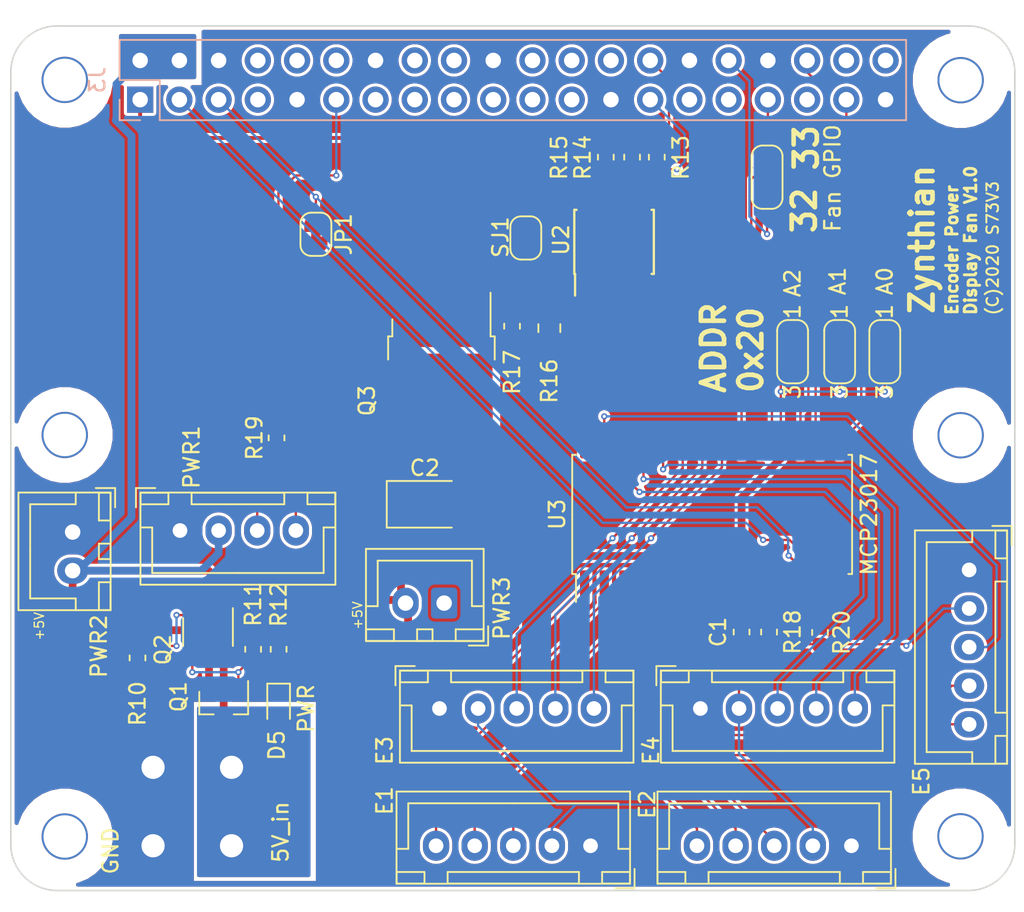
<source format=kicad_pcb>
(kicad_pcb (version 20171130) (host pcbnew "(5.1.5)-3")
  (layers (0 F.Cu signal) (31 B.Cu signal) (34 B.Paste user) (35 F.Paste user) (36 B.SilkS user) (37 F.SilkS user) (38 B.Mask user) (39 F.Mask user) (44 Edge.Cuts user))
  (net 0 "")
  (net 1 GND)
  (net 2 /ID_SD_EEPROM)
  (net 3 /ID_SC_EEPROM)
  (net 4 "Net-(Q1-Pad1)")
  (net 5 "Net-(Q2-Pad1)")
  (net 6 /P5V_HAT)
  (net 7 /P3V3)
  (net 8 /P5V)
  (net 9 /SDA)
  (net 10 /INTA)
  (net 11 /INTB)
  (net 12 /E1D)
  (net 13 /E1C)
  (net 14 /E1S)
  (net 15 /E2D)
  (net 16 /E2C)
  (net 17 /E2S)
  (net 18 /E3D)
  (net 19 /E3C)
  (net 20 /E3S)
  (net 21 /E4D)
  (net 22 /E4C)
  (net 23 /E4S)
  (net 24 /GSW3)
  (net 25 /GSW2)
  (net 26 /GSW1)
  (net 27 /SCK)
  (net 28 /E1+)
  (net 29 /FAN_GND)
  (net 30 /PWM_FAN_2)
  (net 31 /PWM_FAN_1)
  (net 32 "Net-(Q3-Pad1)")
  (net 33 "Net-(D5-Pad1)")
  (net 34 "Net-(A0-Pad2)")
  (net 35 "Net-(A1-Pad2)")
  (net 36 "Net-(A2-Pad2)")
  (net 37 "Net-(FAN1-Pad2)")
  (net 38 "Net-(R15-Pad2)")
  (net 39 /ACT_LED)
  (net 40 "Net-(JP1-Pad2)")
  (net 41 "Net-(PWR1-Pad3)")
  (net 42 "Net-(J3-Pad7)")
  (net 43 "Net-(J3-Pad8)")
  (net 44 "Net-(J3-Pad10)")
  (net 45 "Net-(J3-Pad12)")
  (net 46 "Net-(J3-Pad13)")
  (net 47 "Net-(J3-Pad15)")
  (net 48 "Net-(J3-Pad16)")
  (net 49 "Net-(J3-Pad17)")
  (net 50 "Net-(J3-Pad18)")
  (net 51 "Net-(J3-Pad19)")
  (net 52 "Net-(J3-Pad21)")
  (net 53 "Net-(J3-Pad22)")
  (net 54 "Net-(J3-Pad23)")
  (net 55 "Net-(J3-Pad24)")
  (net 56 "Net-(J3-Pad26)")
  (net 57 "Net-(J3-Pad29)")
  (net 58 "Net-(J3-Pad31)")
  (net 59 "Net-(J3-Pad35)")
  (net 60 "Net-(J3-Pad38)")
  (net 61 "Net-(J3-Pad40)")
  (net 62 /GSW4)
  (net 63 "Net-(U3-Pad14)")
  (net 64 "Net-(U3-Pad11)")
  (module Resistor_SMD:R_0603_1608Metric (layer F.Cu) (at 130.937 100.1015 90)
    (fp_text reference R20 (at 0 1.397 90) (layer F.SilkS))
    (fp_text value 100K)
    (pad 2 smd roundrect (at 0.7875 0 90) (size 0.875 0.95) (layers F.Cu F.Paste F.Mask) (net 1 GND))
    (pad 1 smd roundrect (at -0.7875 0 90) (size 0.875 0.95) (layers F.Cu F.Paste F.Mask) (net 28 /E1+))
  )
  (module Resistor_SMD:R_0805_2012Metric (layer F.Cu) (at 113.411 80.391 90)
    (fp_text reference R16 (at -3.429 0 90) (layer F.SilkS))
    (fp_text value 100)
    (pad 2 smd roundrect (at 0.9375 0 90) (size 0.975 1.4) (layers F.Cu F.Paste F.Mask) (net 32 "Net-(Q3-Pad1)"))
    (pad 1 smd roundrect (at -0.9375 0 90) (size 0.975 1.4) (layers F.Cu F.Paste F.Mask) (net 37 "Net-(FAN1-Pad2)"))
  )
  (module Resistor_SMD:R_0603_1608Metric (layer F.Cu) (at 94.234 101.1935 90)
    (fp_text reference R11 (at 2.921 0 90) (layer F.SilkS))
    (fp_text value 47K)
    (pad 2 smd roundrect (at 0.7875 0 90) (size 0.875 0.95) (layers F.Cu F.Paste F.Mask) (net 1 GND))
    (pad 1 smd roundrect (at -0.7875 0 90) (size 0.875 0.95) (layers F.Cu F.Paste F.Mask) (net 4 "Net-(Q1-Pad1)"))
  )
  (module Capacitor_Tantalum_SMD:CP_EIA-3528-15_AVX-H (layer F.Cu) (at 105.3455 91.8)
    (fp_text reference C2 (at 0 -2.35) (layer F.SilkS))
    (fp_text value 100u)
    (pad 2 smd roundrect (at 1.5375 0) (size 1.325 2.35) (layers F.Cu F.Paste F.Mask) (roundrect_rratio 0.188679) (net 29 /FAN_GND))
    (pad 1 smd roundrect (at -1.5375 0) (size 1.325 2.35) (layers F.Cu F.Paste F.Mask) (roundrect_rratio 0.188679) (net 6 /P5V_HAT))
  )
  (module Package_TO_SOT_SMD:TO-252-2 (layer F.Cu) (at 106.425 83.395 270)
    (fp_text reference Q3 (at 1.695 4.825 90) (layer F.SilkS))
    (fp_text value Q_NMOS_GDS)
    (pad 2 smd rect (at 2.1 0 270) (size 6.4 5.8) (layers F.Cu F.Mask) (net 29 /FAN_GND))
    (pad 3 smd rect (at -4.2 2.28 270) (size 2.2 1.2) (layers F.Cu F.Paste F.Mask) (net 1 GND))
    (pad 1 smd rect (at -4.2 -2.28 270) (size 2.2 1.2) (layers F.Cu F.Paste F.Mask) (net 32 "Net-(Q3-Pad1)"))
  )
  (module Connector_JST:JST_XH_B4B-XH-A_1x04_P2.50mm_Vertical (layer F.Cu) (at 89.5 93.5)
    (fp_text reference PWR1 (at 0.75 -4.75 90) (layer F.SilkS))
    (fp_text value Conn_01x03_Male)
    (pad 4 thru_hole oval (at 7.5 0) (size 1.7 1.95) (drill 0.95) (layers *.Cu *.Mask) (net 40 "Net-(JP1-Pad2)"))
    (pad 3 thru_hole oval (at 5 0) (size 1.7 1.95) (drill 0.95) (layers *.Cu *.Mask) (net 41 "Net-(PWR1-Pad3)"))
    (pad 2 thru_hole oval (at 2.5 0) (size 1.7 1.95) (drill 0.95) (layers *.Cu *.Mask) (net 6 /P5V_HAT))
    (pad 1 thru_hole roundrect (at 0 0) (size 1.7 1.95) (drill 0.95) (layers *.Cu *.Mask) (roundrect_rratio 0.147059) (net 1 GND))
  )
  (module Resistor_SMD:R_0603_1608Metric (layer F.Cu) (at 95.75 87.5 90)
    (fp_text reference R19 (at 0 -1.43 90) (layer F.SilkS))
    (fp_text value 1K)
    (pad 2 smd roundrect (at 0.7875 0 90) (size 0.875 0.95) (layers F.Cu F.Paste F.Mask) (net 39 /ACT_LED))
    (pad 1 smd roundrect (at -0.7875 0 90) (size 0.875 0.95) (layers F.Cu F.Paste F.Mask) (net 41 "Net-(PWR1-Pad3)"))
  )
  (module Package_SO:SOIC-28W_7.5x17.9mm_P1.27mm (layer F.Cu) (at 123.952 92.456 90)
    (fp_text reference U3 (at 0 -10.033 90) (layer F.SilkS))
    (fp_text value MCP23017_SS)
    (fp_text user MCP23017 (at 0 10.16 90) (layer F.SilkS))
    (pad 28 smd roundrect (at 4.65 -8.255 90) (size 2.05 0.6) (layers F.Cu F.Paste F.Mask) (net 62 /GSW4))
    (pad 27 smd roundrect (at 4.65 -6.985 90) (size 2.05 0.6) (layers F.Cu F.Paste F.Mask) (net 24 /GSW3))
    (pad 26 smd roundrect (at 4.65 -5.715 90) (size 2.05 0.6) (layers F.Cu F.Paste F.Mask) (net 23 /E4S))
    (pad 25 smd roundrect (at 4.65 -4.445 90) (size 2.05 0.6) (layers F.Cu F.Paste F.Mask) (net 22 /E4C))
    (pad 24 smd roundrect (at 4.65 -3.175 90) (size 2.05 0.6) (layers F.Cu F.Paste F.Mask) (net 21 /E4D))
    (pad 23 smd roundrect (at 4.65 -1.905 90) (size 2.05 0.6) (layers F.Cu F.Paste F.Mask) (net 20 /E3S))
    (pad 22 smd roundrect (at 4.65 -0.635 90) (size 2.05 0.6) (layers F.Cu F.Paste F.Mask) (net 19 /E3C))
    (pad 21 smd roundrect (at 4.65 0.635 90) (size 2.05 0.6) (layers F.Cu F.Paste F.Mask) (net 18 /E3D))
    (pad 20 smd roundrect (at 4.65 1.905 90) (size 2.05 0.6) (layers F.Cu F.Paste F.Mask) (net 10 /INTA))
    (pad 19 smd roundrect (at 4.65 3.175 90) (size 2.05 0.6) (layers F.Cu F.Paste F.Mask) (net 11 /INTB))
    (pad 18 smd roundrect (at 4.65 4.445 90) (size 2.05 0.6) (layers F.Cu F.Paste F.Mask) (net 6 /P5V_HAT))
    (pad 17 smd roundrect (at 4.65 5.715 90) (size 2.05 0.6) (layers F.Cu F.Paste F.Mask) (net 36 "Net-(A2-Pad2)"))
    (pad 16 smd roundrect (at 4.65 6.985 90) (size 2.05 0.6) (layers F.Cu F.Paste F.Mask) (net 35 "Net-(A1-Pad2)"))
    (pad 15 smd roundrect (at 4.65 8.255 90) (size 2.05 0.6) (layers F.Cu F.Paste F.Mask) (net 34 "Net-(A0-Pad2)"))
    (pad 14 smd roundrect (at -4.65 8.255 90) (size 2.05 0.6) (layers F.Cu F.Paste F.Mask) (net 63 "Net-(U3-Pad14)"))
    (pad 13 smd roundrect (at -4.65 6.985 90) (size 2.05 0.6) (layers F.Cu F.Paste F.Mask) (net 9 /SDA))
    (pad 12 smd roundrect (at -4.65 5.715 90) (size 2.05 0.6) (layers F.Cu F.Paste F.Mask) (net 27 /SCK))
    (pad 11 smd roundrect (at -4.65 4.445 90) (size 2.05 0.6) (layers F.Cu F.Paste F.Mask) (net 64 "Net-(U3-Pad11)"))
    (pad 10 smd roundrect (at -4.65 3.175 90) (size 2.05 0.6) (layers F.Cu F.Paste F.Mask) (net 1 GND))
    (pad 9 smd roundrect (at -4.65 1.905 90) (size 2.05 0.6) (layers F.Cu F.Paste F.Mask) (net 6 /P5V_HAT))
    (pad 8 smd roundrect (at -4.65 0.635 90) (size 2.05 0.6) (layers F.Cu F.Paste F.Mask) (net 25 /GSW2))
    (pad 7 smd roundrect (at -4.65 -0.635 90) (size 2.05 0.6) (layers F.Cu F.Paste F.Mask) (net 26 /GSW1))
    (pad 6 smd roundrect (at -4.65 -1.905 90) (size 2.05 0.6) (layers F.Cu F.Paste F.Mask) (net 17 /E2S))
    (pad 5 smd roundrect (at -4.65 -3.175 90) (size 2.05 0.6) (layers F.Cu F.Paste F.Mask) (net 16 /E2C))
    (pad 4 smd roundrect (at -4.65 -4.445 90) (size 2.05 0.6) (layers F.Cu F.Paste F.Mask) (net 15 /E2D))
    (pad 3 smd roundrect (at -4.65 -5.715 90) (size 2.05 0.6) (layers F.Cu F.Paste F.Mask) (net 14 /E1S))
    (pad 2 smd roundrect (at -4.65 -6.985 90) (size 2.05 0.6) (layers F.Cu F.Paste F.Mask) (net 13 /E1C))
    (pad 1 smd roundrect (at -4.65 -8.255 90) (size 2.05 0.6) (layers F.Cu F.Paste F.Mask) (net 12 /E1D))
  )
  (module Connector_JST:JST_XH_B5B-XH-A_1x05_P2.50mm_Vertical (layer F.Cu) (at 140.589 96.052 270)
    (fp_text reference E5 (at 13.698 3.089 90) (layer F.SilkS))
    (fp_text value Conn_01x05_Male)
    (pad 1 thru_hole roundrect (at 0 0 270) (size 1.7 1.95) (drill 0.95) (layers *.Cu *.Mask) (roundrect_rratio 0.147059) (net 1 GND))
    (pad 2 thru_hole oval (at 2.5 0 270) (size 1.7 1.95) (drill 0.95) (layers *.Cu *.Mask) (net 28 /E1+))
    (pad 3 thru_hole oval (at 5 0 270) (size 1.7 1.95) (drill 0.95) (layers *.Cu *.Mask) (net 24 /GSW3))
    (pad 4 thru_hole oval (at 7.5 0 270) (size 1.7 1.95) (drill 0.95) (layers *.Cu *.Mask) (net 25 /GSW2))
    (pad 5 thru_hole oval (at 10 0 270) (size 1.7 1.95) (drill 0.95) (layers *.Cu *.Mask) (net 26 /GSW1))
  )
  (module Connector_JST:JST_XH_B2B-XH-A_1x02_P2.50mm_Vertical (layer F.Cu) (at 106.6 98.2 180)
    (fp_text reference PWR3 (at -3.733 -0.333 90) (layer F.SilkS))
    (fp_text value Conn_01x02_Male)
    (pad 2 thru_hole oval (at 2.5 0 180) (size 1.7 2) (drill 1) (layers *.Cu *.Mask) (net 6 /P5V_HAT))
    (pad 1 thru_hole roundrect (at 0 0 180) (size 1.7 2) (drill 1) (layers *.Cu *.Mask) (roundrect_rratio 0.147059) (net 29 /FAN_GND))
  )
  (module Connector_JST:JST_XH_B5B-XH-A_1x05_P2.50mm_Vertical (layer F.Cu) (at 123.19 105.029)
    (fp_text reference E4 (at -3.19 2.721 90) (layer F.SilkS))
    (fp_text value Conn_01x05_Male)
    (pad 5 thru_hole oval (at 10 0) (size 1.7 1.95) (drill 0.95) (layers *.Cu *.Mask) (net 21 /E4D))
    (pad 4 thru_hole oval (at 7.5 0) (size 1.7 1.95) (drill 0.95) (layers *.Cu *.Mask) (net 22 /E4C))
    (pad 3 thru_hole oval (at 5 0) (size 1.7 1.95) (drill 0.95) (layers *.Cu *.Mask) (net 23 /E4S))
    (pad 2 thru_hole oval (at 2.5 0) (size 1.7 1.95) (drill 0.95) (layers *.Cu *.Mask) (net 28 /E1+))
    (pad 1 thru_hole roundrect (at 0 0) (size 1.7 1.95) (drill 0.95) (layers *.Cu *.Mask) (roundrect_rratio 0.147059) (net 1 GND))
  )
  (module Connector_JST:JST_XH_B5B-XH-A_1x05_P2.50mm_Vertical (layer F.Cu) (at 106.299 105.029)
    (fp_text reference E3 (at -3.549 2.721 90) (layer F.SilkS))
    (fp_text value Conn_01x05_Male)
    (pad 5 thru_hole oval (at 10 0) (size 1.7 1.95) (drill 0.95) (layers *.Cu *.Mask) (net 18 /E3D))
    (pad 4 thru_hole oval (at 7.5 0) (size 1.7 1.95) (drill 0.95) (layers *.Cu *.Mask) (net 19 /E3C))
    (pad 3 thru_hole oval (at 5 0) (size 1.7 1.95) (drill 0.95) (layers *.Cu *.Mask) (net 20 /E3S))
    (pad 2 thru_hole oval (at 2.5 0) (size 1.7 1.95) (drill 0.95) (layers *.Cu *.Mask) (net 28 /E1+))
    (pad 1 thru_hole roundrect (at 0 0) (size 1.7 1.95) (drill 0.95) (layers *.Cu *.Mask) (roundrect_rratio 0.147059) (net 1 GND))
  )
  (module Connector_JST:JST_XH_B5B-XH-A_1x05_P2.50mm_Vertical (layer F.Cu) (at 132.969 113.919 180)
    (fp_text reference E2 (at 13.219 2.669 90) (layer F.SilkS))
    (fp_text value Conn_01x05_Male)
    (pad 5 thru_hole oval (at 10 0 180) (size 1.7 1.95) (drill 0.95) (layers *.Cu *.Mask) (net 15 /E2D))
    (pad 4 thru_hole oval (at 7.5 0 180) (size 1.7 1.95) (drill 0.95) (layers *.Cu *.Mask) (net 16 /E2C))
    (pad 3 thru_hole oval (at 5 0 180) (size 1.7 1.95) (drill 0.95) (layers *.Cu *.Mask) (net 17 /E2S))
    (pad 2 thru_hole oval (at 2.5 0 180) (size 1.7 1.95) (drill 0.95) (layers *.Cu *.Mask) (net 28 /E1+))
    (pad 1 thru_hole roundrect (at 0 0 180) (size 1.7 1.95) (drill 0.95) (layers *.Cu *.Mask) (roundrect_rratio 0.147059) (net 1 GND))
  )
  (module Connector_JST:JST_XH_B5B-XH-A_1x05_P2.50mm_Vertical (layer F.Cu) (at 116.078 113.919 180)
    (fp_text reference E1 (at 13.328 2.919 90) (layer F.SilkS))
    (fp_text value Conn_01x05_Male)
    (pad 5 thru_hole oval (at 10 0 180) (size 1.7 1.95) (drill 0.95) (layers *.Cu *.Mask) (net 12 /E1D))
    (pad 4 thru_hole oval (at 7.5 0 180) (size 1.7 1.95) (drill 0.95) (layers *.Cu *.Mask) (net 13 /E1C))
    (pad 3 thru_hole oval (at 5 0 180) (size 1.7 1.95) (drill 0.95) (layers *.Cu *.Mask) (net 14 /E1S))
    (pad 2 thru_hole oval (at 2.5 0 180) (size 1.7 1.95) (drill 0.95) (layers *.Cu *.Mask) (net 28 /E1+))
    (pad 1 thru_hole roundrect (at 0 0 180) (size 1.7 1.95) (drill 0.95) (layers *.Cu *.Mask) (roundrect_rratio 0.147059) (net 1 GND))
  )
  (module Connector_JST:JST_XH_B2B-XH-A_1x02_P2.50mm_Vertical (layer F.Cu) (at 82.55 93.599 270)
    (fp_text reference PWR2 (at 7.401 -1.7 90) (layer F.SilkS))
    (fp_text value Conn_01x02_Male)
    (pad 2 thru_hole oval (at 2.5 0 270) (size 1.7 2) (drill 1) (layers *.Cu *.Mask) (net 6 /P5V_HAT))
    (pad 1 thru_hole roundrect (at 0 0 270) (size 1.7 2) (drill 1) (layers *.Cu *.Mask) (roundrect_rratio 0.147059) (net 1 GND))
  )
  (module Jumper:SolderJumper-2_P1.3mm_Bridged_RoundedPad1.0x1.5mm (layer F.Cu) (at 98.298 74.31 270)
    (fp_text reference JP1 (at 0 -1.8 90) (layer F.SilkS))
    (fp_text value SolderJumper_2_Bridged)
    (fp_poly (pts (xy 0.25 -0.3) (xy -0.25 -0.3) (xy -0.25 0.3) (xy 0.25 0.3)) (layer F.Cu) (width 0))
    (pad 1 smd custom (at -0.65 0 270) (size 1 0.5) (layers F.Cu F.Mask) (net 27 /SCK) (options (clearance outline) (anchor rect)) (primitives (gr_circle (center 0 0.25) (end 0.5 0.25) (width 0)) (gr_circle (center 0 -0.25) (end 0.5 -0.25) (width 0)) (gr_poly (pts (xy 0 -0.75) (xy 0.5 -0.75) (xy 0.5 0.75) (xy 0 0.75)) (width 0))))
    (pad 2 smd custom (at 0.65 0 270) (size 1 0.5) (layers F.Cu F.Mask) (net 40 "Net-(JP1-Pad2)") (options (clearance outline) (anchor rect)) (primitives (gr_circle (center 0 0.25) (end 0.5 0.25) (width 0)) (gr_circle (center 0 -0.25) (end 0.5 -0.25) (width 0)) (gr_poly (pts (xy 0 -0.75) (xy -0.5 -0.75) (xy -0.5 0.75) (xy 0 0.75)) (width 0))))
  )
  (module project_footprints:NPTH_3mm_ID (layer F.Cu) (at 140.04 87.33)
    (fp_text reference H6 (at 0.06 0.09) (layer F.SilkS))
    (fp_text value 3mm_Mounting_Hole)
    (pad "" np_thru_hole circle (at 0 0) (size 3 3) (drill 2.75) (layers *.Cu *.Mask) (clearance 1.6))
  )
  (module project_footprints:NPTH_3mm_ID (layer F.Cu) (at 82.04 87.31)
    (fp_text reference H5 (at 0.06 0.09) (layer F.SilkS))
    (fp_text value 3mm_Mounting_Hole)
    (pad "" np_thru_hole circle (at 0 0) (size 3 3) (drill 2.75) (layers *.Cu *.Mask) (clearance 1.6))
  )
  (module Resistor_SMD:R_0603_1608Metric (layer F.Cu) (at 95.885 101.1935 90)
    (fp_text reference R12 (at 2.8955 0 90) (layer F.SilkS))
    (fp_text value 1K)
    (pad 2 smd roundrect (at 0.7875 0 90) (size 0.875 0.95) (layers F.Cu F.Paste F.Mask) (net 1 GND))
    (pad 1 smd roundrect (at -0.7875 0 90) (size 0.875 0.95) (layers F.Cu F.Paste F.Mask) (net 33 "Net-(D5-Pad1)"))
  )
  (module Resistor_SMD:R_0603_1608Metric (layer F.Cu) (at 127.635 100.076 90)
    (fp_text reference R18 (at 0 1.524 90) (layer F.SilkS))
    (fp_text value 1K)
    (pad 2 smd roundrect (at 0.7875 0 90) (size 0.875 0.95) (layers F.Cu F.Paste F.Mask) (net 6 /P5V_HAT))
    (pad 1 smd roundrect (at -0.7875 0 90) (size 0.875 0.95) (layers F.Cu F.Paste F.Mask) (net 28 /E1+))
  )
  (module Resistor_SMD:R_0603_1608Metric (layer F.Cu) (at 117.068 69.315 270)
    (fp_text reference R15 (at 0.027 3.022 90) (layer F.SilkS))
    (fp_text value 10K)
    (pad 2 smd roundrect (at 0.7875 0 270) (size 0.875 0.95) (layers F.Cu F.Paste F.Mask) (net 38 "Net-(R15-Pad2)"))
    (pad 1 smd roundrect (at -0.7875 0 270) (size 0.875 0.95) (layers F.Cu F.Paste F.Mask) (net 7 /P3V3))
  )
  (module Resistor_SMD:R_0603_1608Metric (layer F.Cu) (at 86.75 101.75 270)
    (fp_text reference R10 (at 2.9625 0 90) (layer F.SilkS))
    (fp_text value 10K)
    (pad 2 smd roundrect (at 0.7875 0 270) (size 0.875 0.95) (layers F.Cu F.Paste F.Mask) (net 1 GND))
    (pad 1 smd roundrect (at -0.7875 0 270) (size 0.875 0.95) (layers F.Cu F.Paste F.Mask) (net 5 "Net-(Q2-Pad1)"))
  )
  (module Resistor_SMD:R_0603_1608Metric (layer F.Cu) (at 118.768 69.315 270)
    (fp_text reference R14 (at 0.027 3.198 270) (layer F.SilkS))
    (fp_text value 3.9K)
    (pad 2 smd roundrect (at 0.7875 0 270) (size 0.875 0.95) (layers F.Cu F.Paste F.Mask) (net 3 /ID_SC_EEPROM))
    (pad 1 smd roundrect (at -0.7875 0 270) (size 0.875 0.95) (layers F.Cu F.Paste F.Mask) (net 7 /P3V3))
  )
  (module Resistor_SMD:R_0603_1608Metric (layer F.Cu) (at 120.368 69.315 270)
    (fp_text reference R13 (at 0.027 -1.552 90) (layer F.SilkS))
    (fp_text value 3.9K)
    (pad 2 smd roundrect (at 0.7875 0 270) (size 0.875 0.95) (layers F.Cu F.Paste F.Mask) (net 2 /ID_SD_EEPROM))
    (pad 1 smd roundrect (at -0.7875 0 270) (size 0.875 0.95) (layers F.Cu F.Paste F.Mask) (net 7 /P3V3))
  )
  (module LED_SMD:LED_0603_1608Metric (layer F.Cu) (at 95.885 104.902 270)
    (fp_text reference D5 (at 2.5145 0.127 90) (layer F.SilkS))
    (fp_text value "RED LED")
    (fp_text user PWR (at 0.127 -1.778 270) (layer F.SilkS))
    (pad 2 smd roundrect (at 0.7875 0 270) (size 0.875 0.95) (layers F.Cu F.Paste F.Mask) (net 8 /P5V))
    (pad 1 smd roundrect (at -0.7875 0 270) (size 0.875 0.95) (layers F.Cu F.Paste F.Mask) (net 33 "Net-(D5-Pad1)"))
  )
  (module Jumper:SolderJumper-3_P1.3mm_Bridged12_RoundedPad1.0x1.5mm_NumberLabels (layer F.Cu) (at 129.159 81.915 270)
    (fp_text reference A2 (at -4.445 0 90) (layer F.SilkS))
    (fp_text value SolderJumper_3_Bridged12)
    (fp_poly (pts (xy -0.9 -0.3) (xy -0.4 -0.3) (xy -0.4 0.3) (xy -0.9 0.3)) (layer F.Cu) (width 0))
    (fp_text user 1 (at -2.6 0 90) (layer F.SilkS))
    (fp_text user 3 (at 2.6 0 90) (layer F.SilkS))
    (pad 1 smd custom (at -1.3 0 270) (size 1 0.5) (layers F.Cu F.Mask) (net 1 GND) (options (clearance outline) (anchor rect)) (primitives (gr_poly (pts (xy 0.55 -0.75) (xy 0 -0.75) (xy 0 0.75) (xy 0.55 0.75)) (width 0)) (gr_circle (center 0 0.25) (end 0.5 0.25) (width 0)) (gr_circle (center 0 -0.25) (end 0.5 -0.25) (width 0))))
    (pad 2 smd rect (at 0 0 270) (size 1 1.5) (layers F.Cu F.Mask) (net 36 "Net-(A2-Pad2)"))
    (pad 3 smd custom (at 1.3 0 270) (size 1 0.5) (layers F.Cu F.Mask) (net 6 /P5V_HAT) (options (clearance outline) (anchor rect)) (primitives (gr_circle (center 0 0.25) (end 0.5 0.25) (width 0)) (gr_circle (center 0 -0.25) (end 0.5 -0.25) (width 0)) (gr_poly (pts (xy -0.55 -0.75) (xy 0 -0.75) (xy 0 0.75) (xy -0.55 0.75)) (width 0))))
  )
  (module Jumper:SolderJumper-3_P1.3mm_Bridged12_RoundedPad1.0x1.5mm_NumberLabels (layer F.Cu) (at 132.207 81.915 270)
    (fp_text reference A1 (at -4.572 0.127 90) (layer F.SilkS))
    (fp_text value SolderJumper_3_Bridged12)
    (fp_poly (pts (xy -0.9 -0.3) (xy -0.4 -0.3) (xy -0.4 0.3) (xy -0.9 0.3)) (layer F.Cu) (width 0))
    (fp_text user 1 (at -2.6 0 90) (layer F.SilkS))
    (fp_text user 3 (at 2.6 0 90) (layer F.SilkS))
    (pad 1 smd custom (at -1.3 0 270) (size 1 0.5) (layers F.Cu F.Mask) (net 1 GND) (options (clearance outline) (anchor rect)) (primitives (gr_poly (pts (xy 0.55 -0.75) (xy 0 -0.75) (xy 0 0.75) (xy 0.55 0.75)) (width 0)) (gr_circle (center 0 0.25) (end 0.5 0.25) (width 0)) (gr_circle (center 0 -0.25) (end 0.5 -0.25) (width 0))))
    (pad 2 smd rect (at 0 0 270) (size 1 1.5) (layers F.Cu F.Mask) (net 35 "Net-(A1-Pad2)"))
    (pad 3 smd custom (at 1.3 0 270) (size 1 0.5) (layers F.Cu F.Mask) (net 6 /P5V_HAT) (options (clearance outline) (anchor rect)) (primitives (gr_circle (center 0 0.25) (end 0.5 0.25) (width 0)) (gr_circle (center 0 -0.25) (end 0.5 -0.25) (width 0)) (gr_poly (pts (xy -0.55 -0.75) (xy 0 -0.75) (xy 0 0.75) (xy -0.55 0.75)) (width 0))))
  )
  (module Jumper:SolderJumper-3_P1.3mm_Bridged12_RoundedPad1.0x1.5mm_NumberLabels (layer F.Cu) (at 135.128 81.915 270)
    (fp_text reference A0 (at -4.572 0 270) (layer F.SilkS))
    (fp_text value SolderJumper_3_Bridged12)
    (fp_poly (pts (xy -0.9 -0.3) (xy -0.4 -0.3) (xy -0.4 0.3) (xy -0.9 0.3)) (layer F.Cu) (width 0))
    (fp_text user 1 (at -2.6 0 90) (layer F.SilkS))
    (fp_text user 3 (at 2.6 0 90) (layer F.SilkS))
    (pad 1 smd custom (at -1.3 0 270) (size 1 0.5) (layers F.Cu F.Mask) (net 1 GND) (options (clearance outline) (anchor rect)) (primitives (gr_poly (pts (xy 0.55 -0.75) (xy 0 -0.75) (xy 0 0.75) (xy 0.55 0.75)) (width 0)) (gr_circle (center 0 0.25) (end 0.5 0.25) (width 0)) (gr_circle (center 0 -0.25) (end 0.5 -0.25) (width 0))))
    (pad 2 smd rect (at 0 0 270) (size 1 1.5) (layers F.Cu F.Mask) (net 34 "Net-(A0-Pad2)"))
    (pad 3 smd custom (at 1.3 0 270) (size 1 0.5) (layers F.Cu F.Mask) (net 6 /P5V_HAT) (options (clearance outline) (anchor rect)) (primitives (gr_circle (center 0 0.25) (end 0.5 0.25) (width 0)) (gr_circle (center 0 -0.25) (end 0.5 -0.25) (width 0)) (gr_poly (pts (xy -0.55 -0.75) (xy 0 -0.75) (xy 0 0.75) (xy -0.55 0.75)) (width 0))))
  )
  (module Jumper:SolderJumper-3_P1.3mm_Bridged12_RoundedPad1.0x1.5mm_NumberLabels (layer F.Cu) (at 127.508 70.612 270)
    (fp_text reference FAN1 hide)
    (fp_text value SolderJumper_3_Bridged12)
    (fp_poly (pts (xy -0.9 -0.3) (xy -0.4 -0.3) (xy -0.4 0.3) (xy -0.9 0.3)) (layer F.Cu) (width 0))
    (pad 1 smd custom (at -1.3 0 270) (size 1 0.5) (layers F.Cu F.Mask) (net 31 /PWM_FAN_1) (options (clearance outline) (anchor rect)) (primitives (gr_poly (pts (xy 0.55 -0.75) (xy 0 -0.75) (xy 0 0.75) (xy 0.55 0.75)) (width 0)) (gr_circle (center 0 0.25) (end 0.5 0.25) (width 0)) (gr_circle (center 0 -0.25) (end 0.5 -0.25) (width 0))))
    (pad 2 smd rect (at 0 0 270) (size 1 1.5) (layers F.Cu F.Mask) (net 37 "Net-(FAN1-Pad2)"))
    (pad 3 smd custom (at 1.3 0 270) (size 1 0.5) (layers F.Cu F.Mask) (net 30 /PWM_FAN_2) (options (clearance outline) (anchor rect)) (primitives (gr_circle (center 0 0.25) (end 0.5 0.25) (width 0)) (gr_circle (center 0 -0.25) (end 0.5 -0.25) (width 0)) (gr_poly (pts (xy -0.55 -0.75) (xy 0 -0.75) (xy 0 0.75) (xy -0.55 0.75)) (width 0))))
  )
  (module Jumper:SolderJumper-2_P1.3mm_Open_RoundedPad1.0x1.5mm (layer F.Cu) (at 111.887 74.549 90)
    (fp_text reference SJ1 (at 0.049 -1.637 90) (layer F.SilkS))
    (fp_text value SolderJumper_2_Open)
    (pad 2 smd custom (at 0.65 0 90) (size 1 0.5) (layers F.Cu F.Mask) (net 38 "Net-(R15-Pad2)") (options (clearance outline) (anchor rect)) (primitives (gr_circle (center 0 0.25) (end 0.5 0.25) (width 0)) (gr_circle (center 0 -0.25) (end 0.5 -0.25) (width 0)) (gr_poly (pts (xy 0 -0.75) (xy -0.5 -0.75) (xy -0.5 0.75) (xy 0 0.75)) (width 0))))
    (pad 1 smd custom (at -0.65 0 90) (size 1 0.5) (layers F.Cu F.Mask) (net 1 GND) (options (clearance outline) (anchor rect)) (primitives (gr_circle (center 0 0.25) (end 0.5 0.25) (width 0)) (gr_circle (center 0 -0.25) (end 0.5 -0.25) (width 0)) (gr_poly (pts (xy 0 -0.75) (xy 0.5 -0.75) (xy 0.5 0.75) (xy 0 0.75)) (width 0))))
  )
  (module Capacitor_SMD:C_0603_1608Metric (layer F.Cu) (at 125.857 100.076 90)
    (fp_text reference C1 (at 0 -1.524 90) (layer F.SilkS))
    (fp_text value 100n)
    (pad 2 smd roundrect (at 0.7875 0 90) (size 0.875 0.95) (layers F.Cu F.Paste F.Mask) (net 6 /P5V_HAT))
    (pad 1 smd roundrect (at -0.7875 0 90) (size 0.875 0.95) (layers F.Cu F.Paste F.Mask) (net 1 GND))
  )
  (module Resistor_SMD:R_0603_1608Metric (layer F.Cu) (at 110.998 80.264 270)
    (fp_text reference R17 (at 2.986 -0.002 90) (layer F.SilkS))
    (fp_text value 10K)
    (pad 2 smd roundrect (at 0.7875 0 270) (size 0.875 0.95) (layers F.Cu F.Paste F.Mask) (net 1 GND))
    (pad 1 smd roundrect (at -0.7875 0 270) (size 0.875 0.95) (layers F.Cu F.Paste F.Mask) (net 32 "Net-(Q3-Pad1)"))
  )
  (module Connector_Wire:SolderWirePad_1x02_P5.08mm_Drill1.5mm (layer F.Cu) (at 92.837 113.919 90)
    (fp_text reference +5V_in1 hide)
    (fp_text value "5V Power")
    (fp_text user 5V_in (at 0.889 3.175 270) (layer F.SilkS))
    (pad 2 thru_hole circle (at 5.08 0 90) (size 3.50012 3.50012) (drill 1.50114) (layers *.Cu *.Mask) (net 8 /P5V))
    (pad 1 thru_hole rect (at 0 0 90) (size 3.50012 3.50012) (drill 1.50114) (layers *.Cu *.Mask) (net 8 /P5V))
  )
  (module Connector_Wire:SolderWirePad_1x02_P5.08mm_Drill1.5mm (layer F.Cu) (at 87.757 113.919 90)
    (fp_text reference GND_in1 hide)
    (fp_text value GND)
    (fp_text user GND (at -0.331 -2.757 270) (layer F.SilkS))
    (pad 2 thru_hole circle (at 5.08 0 90) (size 3.50012 3.50012) (drill 1.50114) (layers *.Cu *.Mask) (net 1 GND))
    (pad 1 thru_hole rect (at 0 0 90) (size 3.50012 3.50012) (drill 1.50114) (layers *.Cu *.Mask) (net 1 GND))
  )
  (module Connector_PinSocket_2.54mm:PinSocket_2x20_P2.54mm_Vertical (layer B.Cu) (at 86.92 65.59 270)
    (fp_text reference J3 (at -1.27 2.77 270) (layer B.SilkS) (effects (justify mirror)))
    (fp_text value 40HAT)
    (pad 1 thru_hole rect (at 0 0 270) (size 1.7 1.7) (drill 1) (layers *.Cu *.Mask) (net 7 /P3V3))
    (pad 2 thru_hole oval (at -2.54 0 270) (size 1.7 1.7) (drill 1) (layers *.Cu *.Mask) (net 6 /P5V_HAT))
    (pad 3 thru_hole oval (at 0 -2.54 270) (size 1.7 1.7) (drill 1) (layers *.Cu *.Mask) (net 9 /SDA))
    (pad 4 thru_hole oval (at -2.54 -2.54 270) (size 1.7 1.7) (drill 1) (layers *.Cu *.Mask) (net 6 /P5V_HAT))
    (pad 5 thru_hole oval (at 0 -5.08 270) (size 1.7 1.7) (drill 1) (layers *.Cu *.Mask) (net 27 /SCK))
    (pad 6 thru_hole oval (at -2.54 -5.08 270) (size 1.7 1.7) (drill 1) (layers *.Cu *.Mask) (net 1 GND))
    (pad 7 thru_hole oval (at 0 -7.62 270) (size 1.7 1.7) (drill 1) (layers *.Cu *.Mask) (net 42 "Net-(J3-Pad7)"))
    (pad 8 thru_hole oval (at -2.54 -7.62 270) (size 1.7 1.7) (drill 1) (layers *.Cu *.Mask) (net 43 "Net-(J3-Pad8)"))
    (pad 9 thru_hole oval (at 0 -10.16 270) (size 1.7 1.7) (drill 1) (layers *.Cu *.Mask) (net 1 GND))
    (pad 10 thru_hole oval (at -2.54 -10.16 270) (size 1.7 1.7) (drill 1) (layers *.Cu *.Mask) (net 44 "Net-(J3-Pad10)"))
    (pad 11 thru_hole oval (at 0 -12.7 270) (size 1.7 1.7) (drill 1) (layers *.Cu *.Mask) (net 39 /ACT_LED))
    (pad 12 thru_hole oval (at -2.54 -12.7 270) (size 1.7 1.7) (drill 1) (layers *.Cu *.Mask) (net 45 "Net-(J3-Pad12)"))
    (pad 13 thru_hole oval (at 0 -15.24 270) (size 1.7 1.7) (drill 1) (layers *.Cu *.Mask) (net 46 "Net-(J3-Pad13)"))
    (pad 14 thru_hole oval (at -2.54 -15.24 270) (size 1.7 1.7) (drill 1) (layers *.Cu *.Mask) (net 1 GND))
    (pad 15 thru_hole oval (at 0 -17.78 270) (size 1.7 1.7) (drill 1) (layers *.Cu *.Mask) (net 47 "Net-(J3-Pad15)"))
    (pad 16 thru_hole oval (at -2.54 -17.78 270) (size 1.7 1.7) (drill 1) (layers *.Cu *.Mask) (net 48 "Net-(J3-Pad16)"))
    (pad 17 thru_hole oval (at 0 -20.32 270) (size 1.7 1.7) (drill 1) (layers *.Cu *.Mask) (net 49 "Net-(J3-Pad17)"))
    (pad 18 thru_hole oval (at -2.54 -20.32 270) (size 1.7 1.7) (drill 1) (layers *.Cu *.Mask) (net 50 "Net-(J3-Pad18)"))
    (pad 19 thru_hole oval (at 0 -22.86 270) (size 1.7 1.7) (drill 1) (layers *.Cu *.Mask) (net 51 "Net-(J3-Pad19)"))
    (pad 20 thru_hole oval (at -2.54 -22.86 270) (size 1.7 1.7) (drill 1) (layers *.Cu *.Mask) (net 1 GND))
    (pad 21 thru_hole oval (at 0 -25.4 270) (size 1.7 1.7) (drill 1) (layers *.Cu *.Mask) (net 52 "Net-(J3-Pad21)"))
    (pad 22 thru_hole oval (at -2.54 -25.4 270) (size 1.7 1.7) (drill 1) (layers *.Cu *.Mask) (net 53 "Net-(J3-Pad22)"))
    (pad 23 thru_hole oval (at 0 -27.94 270) (size 1.7 1.7) (drill 1) (layers *.Cu *.Mask) (net 54 "Net-(J3-Pad23)"))
    (pad 24 thru_hole oval (at -2.54 -27.94 270) (size 1.7 1.7) (drill 1) (layers *.Cu *.Mask) (net 55 "Net-(J3-Pad24)"))
    (pad 25 thru_hole oval (at 0 -30.48 270) (size 1.7 1.7) (drill 1) (layers *.Cu *.Mask) (net 1 GND))
    (pad 26 thru_hole oval (at -2.54 -30.48 270) (size 1.7 1.7) (drill 1) (layers *.Cu *.Mask) (net 56 "Net-(J3-Pad26)"))
    (pad 27 thru_hole oval (at 0 -33.02 270) (size 1.7 1.7) (drill 1) (layers *.Cu *.Mask) (net 2 /ID_SD_EEPROM))
    (pad 28 thru_hole oval (at -2.54 -33.02 270) (size 1.7 1.7) (drill 1) (layers *.Cu *.Mask) (net 3 /ID_SC_EEPROM))
    (pad 29 thru_hole oval (at 0 -35.56 270) (size 1.7 1.7) (drill 1) (layers *.Cu *.Mask) (net 57 "Net-(J3-Pad29)"))
    (pad 30 thru_hole oval (at -2.54 -35.56 270) (size 1.7 1.7) (drill 1) (layers *.Cu *.Mask) (net 1 GND))
    (pad 31 thru_hole oval (at 0 -38.1 270) (size 1.7 1.7) (drill 1) (layers *.Cu *.Mask) (net 58 "Net-(J3-Pad31)"))
    (pad 32 thru_hole oval (at -2.54 -38.1 270) (size 1.7 1.7) (drill 1) (layers *.Cu *.Mask) (net 30 /PWM_FAN_2))
    (pad 33 thru_hole oval (at 0 -40.64 270) (size 1.7 1.7) (drill 1) (layers *.Cu *.Mask) (net 31 /PWM_FAN_1))
    (pad 34 thru_hole oval (at -2.54 -40.64 270) (size 1.7 1.7) (drill 1) (layers *.Cu *.Mask) (net 1 GND))
    (pad 35 thru_hole oval (at 0 -43.18 270) (size 1.7 1.7) (drill 1) (layers *.Cu *.Mask) (net 59 "Net-(J3-Pad35)"))
    (pad 36 thru_hole oval (at -2.54 -43.18 270) (size 1.7 1.7) (drill 1) (layers *.Cu *.Mask) (net 10 /INTA))
    (pad 37 thru_hole oval (at 0 -45.72 270) (size 1.7 1.7) (drill 1) (layers *.Cu *.Mask) (net 11 /INTB))
    (pad 38 thru_hole oval (at -2.54 -45.72 270) (size 1.7 1.7) (drill 1) (layers *.Cu *.Mask) (net 60 "Net-(J3-Pad38)"))
    (pad 39 thru_hole oval (at 0 -48.26 270) (size 1.7 1.7) (drill 1) (layers *.Cu *.Mask) (net 1 GND))
    (pad 40 thru_hole oval (at -2.54 -48.26 270) (size 1.7 1.7) (drill 1) (layers *.Cu *.Mask) (net 61 "Net-(J3-Pad40)"))
  )
  (module Package_SOIC:SOIC-8_3.9x4.9mm_P1.27mm (layer F.Cu) (at 117.602 74.803 90)
    (fp_text reference U2 (at 0.127 -3.429 270) (layer F.SilkS))
    (fp_text value CAT24C32)
    (pad 1 smd rect (at -2.7 -1.905 90) (size 1.55 0.6) (layers F.Cu F.Paste F.Mask) (net 1 GND))
    (pad 2 smd rect (at -2.7 -0.635 90) (size 1.55 0.6) (layers F.Cu F.Paste F.Mask) (net 1 GND))
    (pad 3 smd rect (at -2.7 0.635 90) (size 1.55 0.6) (layers F.Cu F.Paste F.Mask) (net 1 GND))
    (pad 4 smd rect (at -2.7 1.905 90) (size 1.55 0.6) (layers F.Cu F.Paste F.Mask) (net 1 GND))
    (pad 5 smd rect (at 2.7 1.905 90) (size 1.55 0.6) (layers F.Cu F.Paste F.Mask) (net 2 /ID_SD_EEPROM))
    (pad 6 smd rect (at 2.7 0.635 90) (size 1.55 0.6) (layers F.Cu F.Paste F.Mask) (net 3 /ID_SC_EEPROM))
    (pad 7 smd rect (at 2.7 -0.635 90) (size 1.55 0.6) (layers F.Cu F.Paste F.Mask) (net 38 "Net-(R15-Pad2)"))
    (pad 8 smd rect (at 2.7 -1.905 90) (size 1.55 0.6) (layers F.Cu F.Paste F.Mask) (net 7 /P3V3))
  )
  (module Package_TO_SOT_SMD:SOT-23 (layer F.Cu) (at 92.329 104.648 270)
    (fp_text reference Q1 (at -0.381 2.921 270) (layer F.SilkS))
    (fp_text value DMG2305UX)
    (pad 1 smd rect (at -1 -0.95 270) (size 0.9 0.8) (layers F.Cu F.Paste F.Mask) (net 4 "Net-(Q1-Pad1)"))
    (pad 2 smd rect (at -1 0.95 270) (size 0.9 0.8) (layers F.Cu F.Paste F.Mask) (net 6 /P5V_HAT))
    (pad 3 smd rect (at 1 0 270) (size 0.9 0.8) (layers F.Cu F.Paste F.Mask) (net 8 /P5V))
  )
  (module Package_TO_SOT_SMD:SOT-23-6 (layer F.Cu) (at 91.313 100.076 270)
    (fp_text reference Q2 (at 1.143 2.921 90) (layer F.SilkS))
    (fp_text value DMMT5401)
    (pad 1 smd rect (at -1.1 -0.95 270) (size 1.06 0.65) (layers F.Cu F.Paste F.Mask) (net 5 "Net-(Q2-Pad1)"))
    (pad 2 smd rect (at -1.1 0 270) (size 1.06 0.65) (layers F.Cu F.Paste F.Mask) (net 5 "Net-(Q2-Pad1)"))
    (pad 3 smd rect (at -1.1 0.95 270) (size 1.06 0.65) (layers F.Cu F.Paste F.Mask) (net 5 "Net-(Q2-Pad1)"))
    (pad 4 smd rect (at 1.1 0.95 270) (size 1.06 0.65) (layers F.Cu F.Paste F.Mask) (net 4 "Net-(Q1-Pad1)"))
    (pad 6 smd rect (at 1.1 -0.95 270) (size 1.06 0.65) (layers F.Cu F.Paste F.Mask) (net 8 /P5V))
    (pad 5 smd rect (at 1.1 0 270) (size 1.06 0.65) (layers F.Cu F.Paste F.Mask) (net 6 /P5V_HAT))
  )
  (module project_footprints:NPTH_3mm_ID (layer F.Cu) (at 82.04 64.31)
    (fp_text reference H1 (at 0.06 0.09) (layer F.SilkS))
    (fp_text value 3mm_Mounting_Hole hide)
    (pad "" np_thru_hole circle (at 0 0) (size 3 3) (drill 2.75) (layers *.Cu *.Mask) (clearance 1.6))
  )
  (module project_footprints:NPTH_3mm_ID (layer F.Cu) (at 140.04 64.33)
    (fp_text reference H2 (at 0.06 0.09) (layer F.SilkS))
    (fp_text value 3mm_Mounting_Hole hide)
    (pad "" np_thru_hole circle (at 0 0) (size 3 3) (drill 2.75) (layers *.Cu *.Mask) (clearance 1.6))
  )
  (module project_footprints:NPTH_3mm_ID (layer F.Cu) (at 82.04 113.32)
    (fp_text reference H3 (at 0.06 0.09) (layer F.SilkS))
    (fp_text value 3mm_Mounting_Hole hide)
    (pad "" np_thru_hole circle (at 0 0) (size 3 3) (drill 2.75) (layers *.Cu *.Mask) (clearance 1.6))
  )
  (module project_footprints:NPTH_3mm_ID (layer F.Cu) (at 140.03 113.31)
    (fp_text reference H4 (at 0.06 0.09) (layer F.SilkS))
    (fp_text value 3mm_Mounting_Hole hide)
    (pad "" np_thru_hole circle (at 0 0) (size 3 3) (drill 2.75) (layers *.Cu *.Mask) (clearance 1.6))
  )
  (gr_text "Fan GPIO" (at 131.75 74.25 90) (layer F.SilkS) (effects (font (size 1 1)) (justify left)))
  (gr_text +5V (at 101 99 90) (layer F.SilkS) (effects (font (size 0.6 0.6) (thickness 0.09))))
  (gr_text +5V (at 80.391 99.695 90) (layer F.SilkS) (effects (font (size 0.6 0.6) (thickness 0.09))))
  (gr_text "Encoder Power \nDisplay Fan V1.0" (at 140.081 79.629 90) (layer F.SilkS) (effects (font (size 0.75 0.75) (thickness 0.1875)) (justify left)))
  (gr_text "(C)2020 S73V3 " (at 142.113 79.629 90) (layer F.SilkS) (effects (font (size 0.75 0.75) (thickness 0.125)) (justify left)))
  (gr_text Zynthian (at 137.541 79.629 90) (layer F.SilkS) (effects (font (size 1.5 1.5) (thickness 0.3)) (justify left)))
  (gr_text 32 (at 129.921 72.771 90) (layer F.SilkS) (effects (font (size 1.5 1.5) (thickness 0.3))))
  (gr_text "ADDR \n0x20" (at 125.25 84.75 90) (layer F.SilkS) (effects (font (size 1.5 1.5) (thickness 0.3)) (justify left)))
  (gr_text 33 (at 130.048 68.707 90) (layer F.SilkS) (effects (font (size 1.5 1.5) (thickness 0.3))))
  (gr_line (start 78.546356 63.817611) (end 78.546356 113.817611) (layer Edge.Cuts) (width 0.1))
  (gr_arc (start 81.546356 63.817611) (end 81.546356 60.817611) (angle -90) (layer Edge.Cuts) (width 0.1))
  (gr_line (start 140.546356 60.817611) (end 81.546356 60.817611) (layer Edge.Cuts) (width 0.1))
  (gr_arc (start 140.546356 63.817611) (end 143.546356 63.817611) (angle -90) (layer Edge.Cuts) (width 0.1))
  (gr_line (start 143.546351 113.822847) (end 143.546356 63.817611) (layer Edge.Cuts) (width 0.1))
  (gr_arc (start 81.546356 113.817611) (end 78.546356 113.817611) (angle -90) (layer Edge.Cuts) (width 0.1))
  (gr_line (start 81.546356 116.817611) (end 140.546356 116.817611) (layer Edge.Cuts) (width 0.1))
  (gr_arc (start 140.546356 113.817611) (end 140.546356 116.817611) (angle -89.9) (layer Edge.Cuts) (width 0.1))
  (segment (start 135.18 65.59) (end 135.18 65.33) (width 0.15) (layer F.Cu) (net 1))
  (segment (start 127.635 62.975) (end 127.56 63.05) (width 0.15) (layer F.Cu) (net 1))
  (segment (start 122.555 62.975) (end 122.48 63.05) (width 0.15) (layer F.Cu) (net 1))
  (segment (start 102.235 62.975) (end 102.16 63.05) (width 0.15) (layer F.Cu) (net 1))
  (segment (start 97.08 65.59) (end 97.08 65.48) (width 0.15) (layer F.Cu) (net 1))
  (segment (start 119.479 72.075) (end 119.507 72.103) (width 0.15) (layer F.Cu) (net 2))
  (segment (start 121.6675 70.1025) (end 120.368 70.1025) (width 0.15) (layer F.Cu) (net 2))
  (via (at 121.6675 70.1025) (size 0.4) (drill 0.2) (layers F.Cu B.Cu) (net 2))
  (segment (start 120.789999 66.439999) (end 120.795999 66.439999) (width 0.15) (layer B.Cu) (net 2))
  (segment (start 119.94 65.59) (end 120.789999 66.439999) (width 0.15) (layer B.Cu) (net 2))
  (segment (start 120.795999 66.439999) (end 122.174 67.818) (width 0.15) (layer B.Cu) (net 2))
  (segment (start 122.174 69.596) (end 121.6675 70.1025) (width 0.15) (layer B.Cu) (net 2))
  (segment (start 122.174 67.818) (end 122.174 69.596) (width 0.15) (layer B.Cu) (net 2))
  (segment (start 119.507 70.4885) (end 119.507 72.103) (width 0.15) (layer F.Cu) (net 2))
  (segment (start 119.893 70.1025) (end 119.507 70.4885) (width 0.15) (layer F.Cu) (net 2))
  (segment (start 120.368 70.1025) (end 119.893 70.1025) (width 0.15) (layer F.Cu) (net 2))
  (segment (start 118.768 69.665) (end 118.768 70.1025) (width 0.15) (layer F.Cu) (net 3))
  (segment (start 121.158 64.268) (end 121.158 69.088) (width 0.15) (layer F.Cu) (net 3))
  (segment (start 119.94 63.05) (end 121.158 64.268) (width 0.15) (layer F.Cu) (net 3))
  (segment (start 121.158 69.088) (end 120.85601 69.38999) (width 0.15) (layer F.Cu) (net 3))
  (segment (start 120.85601 69.38999) (end 119.04301 69.38999) (width 0.15) (layer F.Cu) (net 3))
  (segment (start 119.04301 69.38999) (end 118.768 69.665) (width 0.15) (layer F.Cu) (net 3))
  (segment (start 118.687 72.103) (end 118.237 72.103) (width 0.15) (layer F.Cu) (net 3))
  (segment (start 118.768 72.022) (end 118.687 72.103) (width 0.15) (layer F.Cu) (net 3))
  (segment (start 118.768 70.1025) (end 118.768 72.022) (width 0.15) (layer F.Cu) (net 3))
  (segment (start 90.297002 101.241998) (end 90.363 101.176) (width 0.15) (layer F.Cu) (net 4))
  (segment (start 93.279 103.648) (end 93.279 102.677) (width 0.15) (layer F.Cu) (net 4))
  (via (at 93.279 102.677) (size 0.4) (drill 0.2) (layers F.Cu B.Cu) (net 4))
  (segment (start 93.279 102.677) (end 90.297 102.677) (width 0.15) (layer B.Cu) (net 4))
  (via (at 90.297 102.677) (size 0.4) (drill 0.2) (layers F.Cu B.Cu) (net 4))
  (segment (start 90.297 101.242) (end 90.363 101.176) (width 0.15) (layer F.Cu) (net 4))
  (segment (start 90.297 102.677) (end 90.297 101.242) (width 0.15) (layer F.Cu) (net 4))
  (segment (start 93.279 102.659) (end 94.234 101.704) (width 0.15) (layer F.Cu) (net 4))
  (segment (start 93.279 102.677) (end 93.279 102.659) (width 0.15) (layer F.Cu) (net 4))
  (segment (start 90.363 98.976) (end 91.313 98.976) (width 0.15) (layer F.Cu) (net 5))
  (segment (start 91.313 98.976) (end 92.263 98.976) (width 0.15) (layer F.Cu) (net 5))
  (segment (start 92.3215 99.0345) (end 92.263 98.976) (width 0.15) (layer F.Cu) (net 5))
  (segment (start 92.202 98.915) (end 92.263 98.976) (width 0.15) (layer F.Cu) (net 5))
  (segment (start 90.363 98.976) (end 89.274 98.976) (width 0.15) (layer F.Cu) (net 5))
  (via (at 89.274 98.976) (size 0.4) (drill 0.2) (layers F.Cu B.Cu) (net 5))
  (segment (start 89.274 98.976) (end 89.274 100.976) (width 0.15) (layer B.Cu) (net 5))
  (segment (start 89.274 100.976) (end 89.274 100.976) (width 0.15) (layer B.Cu) (net 5))
  (via (at 89.274 100.976) (size 0.4) (drill 0.2) (layers F.Cu B.Cu) (net 5))
  (segment (start 86.7635 100.976) (end 86.75 100.9625) (width 0.15) (layer F.Cu) (net 5))
  (segment (start 89.274 100.976) (end 86.7635 100.976) (width 0.15) (layer F.Cu) (net 5))
  (segment (start 129.286 83.342) (end 129.413 83.469) (width 0.15) (layer F.Cu) (net 6))
  (segment (start 127.635 99.2885) (end 125.857 99.2885) (width 0.5) (layer F.Cu) (net 6))
  (segment (start 128.397 88.831) (end 128.397 87.806) (width 0.5) (layer F.Cu) (net 6))
  (segment (start 125.857 91.371) (end 128.397 88.831) (width 0.5) (layer F.Cu) (net 6))
  (segment (start 91.379 101.242) (end 91.313 101.176) (width 0.5) (layer F.Cu) (net 6))
  (segment (start 91.379 103.648) (end 91.379 101.242) (width 0.5) (layer F.Cu) (net 6))
  (segment (start 125.857 99.2885) (end 125.857 97.106) (width 0.5) (layer F.Cu) (net 6))
  (segment (start 82.55 98.211) (end 82.55 96.099) (width 0.5) (layer F.Cu) (net 6))
  (segment (start 91.313 101.176) (end 91.313 100.460998) (width 0.5) (layer F.Cu) (net 6))
  (segment (start 91.313 100.460998) (end 90.808003 99.956001) (width 0.5) (layer F.Cu) (net 6))
  (segment (start 84.295001 99.956001) (end 82.55 98.211) (width 0.5) (layer F.Cu) (net 6))
  (segment (start 90.808003 99.956001) (end 84.295001 99.956001) (width 0.5) (layer F.Cu) (net 6))
  (segment (start 125.857 94.234) (end 125.857 91.371) (width 0.5) (layer F.Cu) (net 6))
  (segment (start 125.857 97.106) (end 125.857 94.234) (width 0.5) (layer F.Cu) (net 6))
  (segment (start 92.456 93.132) (end 92.456 94.107) (width 0.15) (layer F.Cu) (net 6))
  (segment (start 92 94.975) (end 92 93.5) (width 0.5) (layer B.Cu) (net 6))
  (segment (start 90.876 96.099) (end 92 94.975) (width 0.5) (layer B.Cu) (net 6))
  (segment (start 82.55 96.099) (end 90.876 96.099) (width 0.5) (layer B.Cu) (net 6))
  (segment (start 86.36 92.64) (end 83.373999 95.626001) (width 0.5) (layer B.Cu) (net 6))
  (segment (start 85.390001 64.579999) (end 85.390001 66.882999) (width 0.5) (layer B.Cu) (net 6))
  (segment (start 86.36 67.945) (end 86.36 92.64) (width 0.5) (layer B.Cu) (net 6))
  (segment (start 86.92 63.05) (end 85.390001 64.579999) (width 0.5) (layer B.Cu) (net 6))
  (segment (start 85.344 66.929) (end 86.36 67.945) (width 0.5) (layer B.Cu) (net 6))
  (segment (start 85.390001 66.882999) (end 85.344 66.929) (width 0.5) (layer B.Cu) (net 6))
  (segment (start 91.349 96.099) (end 82.55 96.099) (width 0.5) (layer F.Cu) (net 6))
  (segment (start 93.25 98) (end 91.349 96.099) (width 0.5) (layer F.Cu) (net 6))
  (segment (start 104.267 97.917) (end 104.184 98) (width 0.5) (layer F.Cu) (net 6))
  (segment (start 104.184 98) (end 93.25 98) (width 0.5) (layer F.Cu) (net 6))
  (segment (start 129.159 83.215) (end 128.397 83.977) (width 0.15) (layer F.Cu) (net 6))
  (segment (start 128.397 87.806) (end 128.397 84.5) (width 0.15) (layer F.Cu) (net 6))
  (segment (start 128.397 83.977) (end 128.397 84.217158) (width 0.15) (layer F.Cu) (net 6))
  (via (at 128.397 84.5) (size 0.4) (drill 0.2) (layers F.Cu B.Cu) (net 6))
  (segment (start 128.397 84.217158) (end 128.397 84.5) (width 0.15) (layer F.Cu) (net 6))
  (segment (start 135.128 83.215) (end 135.128 84.5) (width 0.15) (layer F.Cu) (net 6))
  (via (at 135.128 84.5) (size 0.4) (drill 0.2) (layers F.Cu B.Cu) (net 6))
  (segment (start 128.397 84.5) (end 135.128 84.5) (width 0.15) (layer B.Cu) (net 6))
  (via (at 132.207 84.5) (size 0.4) (drill 0.2) (layers F.Cu B.Cu) (net 6))
  (segment (start 132.207 83.215) (end 132.207 84.5) (width 0.15) (layer F.Cu) (net 6))
  (segment (start 104.267 97.917) (end 104.267 97.767) (width 0.5) (layer F.Cu) (net 6))
  (segment (start 125.857 96.043) (end 125.857 95.393) (width 0.5) (layer F.Cu) (net 6))
  (segment (start 124.964 95.15) (end 125.857 96.043) (width 0.5) (layer F.Cu) (net 6))
  (segment (start 113.55 95.15) (end 124.964 95.15) (width 0.5) (layer F.Cu) (net 6))
  (segment (start 111.2 97.5) (end 113.55 95.15) (width 0.5) (layer F.Cu) (net 6))
  (segment (start 105.75 100.9) (end 110.029456 100.9) (width 0.5) (layer F.Cu) (net 6))
  (segment (start 104.267 97.917) (end 104.267 99.417) (width 0.5) (layer F.Cu) (net 6))
  (segment (start 110.029456 100.9) (end 111.2 99.729456) (width 0.5) (layer F.Cu) (net 6))
  (segment (start 104.267 99.417) (end 105.75 100.9) (width 0.5) (layer F.Cu) (net 6))
  (segment (start 111.2 99.729456) (end 111.2 97.5) (width 0.5) (layer F.Cu) (net 6))
  (segment (start 103.808 97.908) (end 104.1 98.2) (width 0.5) (layer F.Cu) (net 6))
  (segment (start 103.808 91.8) (end 103.808 97.908) (width 0.5) (layer F.Cu) (net 6))
  (segment (start 119.893 68.5275) (end 118.768 68.5275) (width 0.25) (layer F.Cu) (net 7))
  (segment (start 120.368 68.5275) (end 119.893 68.5275) (width 0.15) (layer F.Cu) (net 7))
  (segment (start 118.768 68.5275) (end 117.068 68.5275) (width 0.25) (layer F.Cu) (net 7))
  (segment (start 115.664 72.103) (end 115.697 72.103) (width 0.15) (layer F.Cu) (net 7))
  (segment (start 116.593 68.5275) (end 117.068 68.5275) (width 0.25) (layer F.Cu) (net 7))
  (segment (start 115.697 69.4235) (end 116.593 68.5275) (width 0.25) (layer F.Cu) (net 7))
  (segment (start 115.697 72.103) (end 115.697 69.4235) (width 0.25) (layer F.Cu) (net 7))
  (segment (start 115.696998 69.423498) (end 113.157 69.423498) (width 0.25) (layer F.Cu) (net 7))
  (segment (start 115.697 69.4235) (end 115.696998 69.423498) (width 0.25) (layer F.Cu) (net 7))
  (segment (start 86.92 66.69) (end 88.302 68.072) (width 0.25) (layer F.Cu) (net 7))
  (segment (start 86.92 65.59) (end 86.92 66.69) (width 0.25) (layer F.Cu) (net 7))
  (segment (start 113.157002 69.4235) (end 115.697 69.4235) (width 0.25) (layer F.Cu) (net 7))
  (segment (start 111.805502 68.072) (end 113.157002 69.4235) (width 0.25) (layer F.Cu) (net 7))
  (segment (start 88.302 68.072) (end 111.805502 68.072) (width 0.25) (layer F.Cu) (net 7))
  (segment (start 92.329 101.242) (end 92.263 101.176) (width 0.5) (layer F.Cu) (net 8))
  (segment (start 92.329 105.63) (end 92.329 101.242) (width 0.5) (layer F.Cu) (net 8))
  (segment (start 130.937 97.106) (end 130.937 96.081) (width 0.15) (layer F.Cu) (net 9))
  (segment (start 127.536842 94.106998) (end 127.254 94.106998) (width 0.15) (layer F.Cu) (net 9))
  (via (at 127.254 94.106998) (size 0.4) (drill 0.2) (layers F.Cu B.Cu) (net 9))
  (segment (start 128.962998 94.106998) (end 127.536842 94.106998) (width 0.15) (layer F.Cu) (net 9))
  (segment (start 130.937 96.081) (end 128.962998 94.106998) (width 0.15) (layer F.Cu) (net 9))
  (segment (start 127.054001 93.906999) (end 127.254 94.106998) (width 0.15) (layer B.Cu) (net 9))
  (segment (start 126.147002 93) (end 127.054001 93.906999) (width 0.15) (layer B.Cu) (net 9))
  (segment (start 89.46 65.59) (end 116.87 93) (width 0.15) (layer B.Cu) (net 9))
  (segment (start 116.87 93) (end 126.147002 93) (width 0.15) (layer B.Cu) (net 9))
  (segment (start 125.857 86.781) (end 125.857 87.806) (width 0.15) (layer F.Cu) (net 10))
  (segment (start 130.1 63.806) (end 131.225001 64.931001) (width 0.15) (layer F.Cu) (net 10))
  (segment (start 130.1 63.05) (end 130.1 63.806) (width 0.15) (layer F.Cu) (net 10))
  (segment (start 131.225001 64.931001) (end 131.225001 74.274999) (width 0.15) (layer F.Cu) (net 10))
  (segment (start 131.225001 74.274999) (end 125.857 79.643) (width 0.15) (layer F.Cu) (net 10))
  (segment (start 125.857 79.643) (end 125.857 86.781) (width 0.15) (layer F.Cu) (net 10))
  (segment (start 127.127 86.781) (end 127.127 87.806) (width 0.15) (layer F.Cu) (net 11))
  (segment (start 132.64 65.59) (end 132.588 65.642) (width 0.15) (layer F.Cu) (net 11))
  (segment (start 127.82199 87.11101) (end 127.82199 79.44201) (width 0.15) (layer F.Cu) (net 11))
  (segment (start 127.127 87.806) (end 127.82199 87.11101) (width 0.15) (layer F.Cu) (net 11))
  (segment (start 132.64 74.624) (end 132.64 65.59) (width 0.15) (layer F.Cu) (net 11))
  (segment (start 127.82199 79.44201) (end 132.64 74.624) (width 0.15) (layer F.Cu) (net 11))
  (segment (start 115.697 97.106) (end 115.648 97.155) (width 0.15) (layer F.Cu) (net 12))
  (segment (start 106.078 113.919) (end 106.078 113.794) (width 0.15) (layer F.Cu) (net 12))
  (segment (start 115.397 97.406) (end 115.697 97.106) (width 0.15) (layer F.Cu) (net 12))
  (segment (start 110.17399 102.62601) (end 112.75 100.05) (width 0.15) (layer F.Cu) (net 12))
  (segment (start 110.17399 105.370014) (end 110.17399 102.62601) (width 0.15) (layer F.Cu) (net 12))
  (segment (start 106.078 113.919) (end 106.078 109.466004) (width 0.15) (layer F.Cu) (net 12))
  (segment (start 106.078 109.466004) (end 110.17399 105.370014) (width 0.15) (layer F.Cu) (net 12))
  (segment (start 112.75 100.05) (end 115.397 97.406) (width 0.15) (layer F.Cu) (net 12))
  (segment (start 112.67399 100.12901) (end 112.75 100.05) (width 0.15) (layer F.Cu) (net 12))
  (segment (start 116.967 98.131) (end 116.967 97.106) (width 0.15) (layer F.Cu) (net 13))
  (segment (start 115.17399 99.92401) (end 116.967 98.131) (width 0.15) (layer F.Cu) (net 13))
  (segment (start 112.65 105.7) (end 112.65 102.45) (width 0.15) (layer F.Cu) (net 13))
  (segment (start 108.578 109.772) (end 112.65 105.7) (width 0.15) (layer F.Cu) (net 13))
  (segment (start 112.65 102.45) (end 115.2 99.9) (width 0.15) (layer F.Cu) (net 13))
  (segment (start 108.578 113.919) (end 108.578 109.772) (width 0.15) (layer F.Cu) (net 13))
  (segment (start 115.2 99.9) (end 115.17399 99.92401) (width 0.15) (layer F.Cu) (net 13))
  (segment (start 118.237 99.213) (end 118.237 97.106) (width 0.15) (layer F.Cu) (net 14))
  (segment (start 115.17399 102.27601) (end 118.237 99.213) (width 0.15) (layer F.Cu) (net 14))
  (segment (start 111.078 113.919) (end 111.078 109.466004) (width 0.15) (layer F.Cu) (net 14))
  (segment (start 115.17399 105.370014) (end 115.17399 102.27601) (width 0.15) (layer F.Cu) (net 14))
  (segment (start 111.078 109.466004) (end 115.17399 105.370014) (width 0.15) (layer F.Cu) (net 14))
  (segment (start 119.507 99.293) (end 119.507 97.106) (width 0.15) (layer F.Cu) (net 15))
  (segment (start 118.2 108.025) (end 118.2 100.6) (width 0.15) (layer F.Cu) (net 15))
  (segment (start 122.969 113.919) (end 122.969 112.794) (width 0.15) (layer F.Cu) (net 15))
  (segment (start 118.2 100.6) (end 119.507 99.293) (width 0.15) (layer F.Cu) (net 15))
  (segment (start 122.969 112.794) (end 118.2 108.025) (width 0.15) (layer F.Cu) (net 15))
  (segment (start 120.75 97.133) (end 120.777 97.106) (width 0.15) (layer F.Cu) (net 16))
  (segment (start 125.469 113.919) (end 125.469 112.794) (width 0.15) (layer F.Cu) (net 16))
  (segment (start 119.35 106.675) (end 119.35 101) (width 0.15) (layer F.Cu) (net 16))
  (segment (start 120.75 99.6) (end 120.75 97.133) (width 0.15) (layer F.Cu) (net 16))
  (segment (start 125.469 112.794) (end 119.35 106.675) (width 0.15) (layer F.Cu) (net 16))
  (segment (start 119.35 101) (end 120.75 99.6) (width 0.15) (layer F.Cu) (net 16))
  (segment (start 122.047 99.553) (end 122.047 97.106) (width 0.15) (layer F.Cu) (net 17))
  (segment (start 120.35 105.999) (end 120.35 101.25) (width 0.15) (layer F.Cu) (net 17))
  (segment (start 120.35 101.25) (end 122.047 99.553) (width 0.15) (layer F.Cu) (net 17))
  (segment (start 127.969 113.919) (end 127.969 113.618) (width 0.15) (layer F.Cu) (net 17))
  (segment (start 127.969 113.618) (end 120.35 105.999) (width 0.15) (layer F.Cu) (net 17))
  (segment (start 124.587 87.806) (end 124.587 89.413) (width 0.15) (layer F.Cu) (net 18))
  (segment (start 116.299 105.029) (end 116.299 97.701) (width 0.15) (layer B.Cu) (net 18))
  (segment (start 124.587 89.413) (end 120 94) (width 0.15) (layer F.Cu) (net 18))
  (via (at 120 94) (size 0.4) (drill 0.2) (layers F.Cu B.Cu) (net 18))
  (segment (start 116.299 97.701) (end 120 94) (width 0.15) (layer B.Cu) (net 18))
  (segment (start 113.799 105.029) (end 113.799 98.951016) (width 0.15) (layer B.Cu) (net 19))
  (segment (start 123.317 87.806) (end 123.317 89.433016) (width 0.15) (layer F.Cu) (net 19))
  (segment (start 113.799 98.951016) (end 118.750016 94) (width 0.15) (layer B.Cu) (net 19))
  (via (at 118.750016 94) (size 0.4) (drill 0.2) (layers F.Cu B.Cu) (net 19))
  (segment (start 123.317 89.433016) (end 118.750016 94) (width 0.15) (layer F.Cu) (net 19))
  (segment (start 122.047 89.453) (end 117.75 93.75) (width 0.15) (layer F.Cu) (net 20))
  (segment (start 117.75 93.75) (end 117.5 94) (width 0.15) (layer F.Cu) (net 20))
  (via (at 117.5 94) (size 0.4) (drill 0.2) (layers F.Cu B.Cu) (net 20))
  (segment (start 111.299 100.201) (end 117.5 94) (width 0.15) (layer B.Cu) (net 20))
  (segment (start 111.299 105.029) (end 111.299 100.201) (width 0.15) (layer B.Cu) (net 20))
  (segment (start 122.047 87.806) (end 122.047 89.453) (width 0.15) (layer F.Cu) (net 20))
  (segment (start 120.777 89.535) (end 120.777 89.535) (width 0.15) (layer B.Cu) (net 21))
  (via (at 120.777 89.535) (size 0.4) (drill 0.2) (layers F.Cu B.Cu) (net 21))
  (segment (start 120.777 89.535) (end 120.777 87.806) (width 0.15) (layer F.Cu) (net 21))
  (segment (start 121.062 89.25) (end 120.777 89.535) (width 0.15) (layer B.Cu) (net 21))
  (segment (start 133.19 105.029) (end 133.19 102.81) (width 0.15) (layer B.Cu) (net 21))
  (segment (start 133.19 102.81) (end 135.763 100.237) (width 0.15) (layer B.Cu) (net 21))
  (segment (start 135.763 100.237) (end 135.763 92.075) (width 0.15) (layer B.Cu) (net 21))
  (segment (start 135.763 92.075) (end 132.938 89.25) (width 0.15) (layer B.Cu) (net 21))
  (segment (start 132.938 89.25) (end 121.062 89.25) (width 0.15) (layer B.Cu) (net 21))
  (segment (start 119.507 90.17) (end 119.507 90.17) (width 0.15) (layer B.Cu) (net 22))
  (via (at 119.507 90.17) (size 0.4) (drill 0.2) (layers F.Cu B.Cu) (net 22))
  (segment (start 119.507 90.17) (end 119.507 87.806) (width 0.15) (layer F.Cu) (net 22))
  (segment (start 132.461 90.17) (end 119.507 90.17) (width 0.15) (layer B.Cu) (net 22))
  (segment (start 134.75 92.459) (end 132.461 90.17) (width 0.15) (layer B.Cu) (net 22))
  (segment (start 134.75 99.25) (end 134.75 92.459) (width 0.15) (layer B.Cu) (net 22))
  (segment (start 130.69 105.029) (end 130.69 103.31) (width 0.15) (layer B.Cu) (net 22))
  (segment (start 130.69 103.31) (end 134.75 99.25) (width 0.15) (layer B.Cu) (net 22))
  (via (at 119.25 91.000004) (size 0.4) (drill 0.2) (layers F.Cu B.Cu) (net 23))
  (segment (start 118.237 87.806) (end 118.237 89.987004) (width 0.15) (layer F.Cu) (net 23))
  (segment (start 118.237 89.987004) (end 119.050001 90.800005) (width 0.15) (layer F.Cu) (net 23))
  (segment (start 119.050001 90.800005) (end 119.25 91.000004) (width 0.15) (layer F.Cu) (net 23))
  (segment (start 133.75 93.5) (end 131.250004 91.000004) (width 0.15) (layer B.Cu) (net 23))
  (segment (start 133.75 97.75) (end 133.75 93.5) (width 0.15) (layer B.Cu) (net 23))
  (segment (start 131.250004 91.000004) (end 119.532842 91.000004) (width 0.15) (layer B.Cu) (net 23))
  (segment (start 128.19 103.31) (end 133.75 97.75) (width 0.15) (layer B.Cu) (net 23))
  (segment (start 119.532842 91.000004) (end 119.25 91.000004) (width 0.15) (layer B.Cu) (net 23))
  (segment (start 128.19 105.029) (end 128.19 103.31) (width 0.15) (layer B.Cu) (net 23))
  (segment (start 141.714 101.052) (end 142.367 100.399) (width 0.15) (layer B.Cu) (net 24))
  (segment (start 140.589 101.052) (end 141.714 101.052) (width 0.15) (layer B.Cu) (net 24))
  (segment (start 142.367 95.76252) (end 132.71048 86.106) (width 0.15) (layer B.Cu) (net 24))
  (segment (start 142.367 100.399) (end 142.367 95.76252) (width 0.15) (layer B.Cu) (net 24))
  (segment (start 132.71048 86.106) (end 116.967 86.106) (width 0.15) (layer B.Cu) (net 24))
  (segment (start 116.967 86.106) (end 116.967 86.106) (width 0.15) (layer B.Cu) (net 24))
  (via (at 116.967 86.106) (size 0.4) (drill 0.2) (layers F.Cu B.Cu) (net 24))
  (segment (start 116.967 86.106) (end 116.967 87.806) (width 0.15) (layer F.Cu) (net 24))
  (segment (start 140.589 103.552) (end 139.848002 103.552) (width 0.15) (layer F.Cu) (net 25))
  (segment (start 124.587 98.131) (end 124.587 97.106) (width 0.15) (layer F.Cu) (net 25))
  (segment (start 124.46 98.258) (end 124.587 98.131) (width 0.15) (layer F.Cu) (net 25))
  (segment (start 139.464 103.552) (end 136.266 106.75) (width 0.15) (layer F.Cu) (net 25))
  (segment (start 140.589 103.552) (end 139.464 103.552) (width 0.15) (layer F.Cu) (net 25))
  (segment (start 136.266 106.75) (end 125.292 106.75) (width 0.15) (layer F.Cu) (net 25))
  (segment (start 125.292 106.75) (end 124.46 105.918) (width 0.15) (layer F.Cu) (net 25))
  (segment (start 124.46 105.918) (end 124.46 98.258) (width 0.15) (layer F.Cu) (net 25))
  (segment (start 123.317 99.433) (end 123.317 97.106) (width 0.15) (layer F.Cu) (net 26))
  (segment (start 121.75 101) (end 123.317 99.433) (width 0.15) (layer F.Cu) (net 26))
  (segment (start 138.698 106.052) (end 136.7 108.05) (width 0.15) (layer F.Cu) (net 26))
  (segment (start 123.798 108.05) (end 121.75 106.002) (width 0.15) (layer F.Cu) (net 26))
  (segment (start 140.589 106.052) (end 138.698 106.052) (width 0.15) (layer F.Cu) (net 26))
  (segment (start 136.7 108.05) (end 123.798 108.05) (width 0.15) (layer F.Cu) (net 26))
  (segment (start 121.75 106.002) (end 121.75 101) (width 0.15) (layer F.Cu) (net 26))
  (segment (start 92 65.59) (end 98.295 71.885) (width 0.15) (layer B.Cu) (net 27))
  (via (at 128.905 95.123) (size 0.4) (drill 0.2) (layers F.Cu B.Cu) (net 27))
  (segment (start 129.104999 95.322999) (end 128.905 95.123) (width 0.15) (layer F.Cu) (net 27))
  (segment (start 129.967 96.185) (end 129.104999 95.322999) (width 0.15) (layer F.Cu) (net 27))
  (segment (start 129.967 96.806) (end 129.967 96.185) (width 0.15) (layer F.Cu) (net 27))
  (segment (start 129.667 97.106) (end 129.967 96.806) (width 0.15) (layer F.Cu) (net 27))
  (via (at 98.295 71.885) (size 0.4) (drill 0.2) (layers F.Cu B.Cu) (net 27))
  (segment (start 98.298 71.882) (end 98.298 73.391) (width 0.15) (layer F.Cu) (net 27))
  (segment (start 128.872002 95.123) (end 128.905 95.123) (width 0.15) (layer B.Cu) (net 27))
  (segment (start 128.872002 94.005998) (end 128.872002 95.123) (width 0.15) (layer B.Cu) (net 27))
  (segment (start 126.866004 92) (end 128.872002 94.005998) (width 0.15) (layer B.Cu) (net 27))
  (segment (start 98.295 71.885) (end 118.41 92) (width 0.15) (layer B.Cu) (net 27))
  (segment (start 118.41 92) (end 126.866004 92) (width 0.15) (layer B.Cu) (net 27))
  (segment (start 113.578 112.794) (end 113.578 113.919) (width 0.15) (layer B.Cu) (net 28))
  (segment (start 115.12 111.252) (end 113.578 112.794) (width 0.15) (layer B.Cu) (net 28))
  (segment (start 128.927 111.252) (end 115.12 111.252) (width 0.15) (layer B.Cu) (net 28))
  (segment (start 140.589 98.679) (end 140.589 98.552) (width 0.15) (layer F.Cu) (net 28))
  (segment (start 108.799 106.154) (end 108.799 105.029) (width 0.15) (layer B.Cu) (net 28))
  (segment (start 113.897 111.252) (end 108.799 106.154) (width 0.15) (layer B.Cu) (net 28))
  (segment (start 115.12 111.252) (end 113.897 111.252) (width 0.15) (layer B.Cu) (net 28))
  (segment (start 130.469 113.919) (end 130.469 112.7415) (width 0.15) (layer B.Cu) (net 28))
  (segment (start 125.69 107.9625) (end 125.69 105.029) (width 0.15) (layer B.Cu) (net 28))
  (segment (start 130.469 112.7415) (end 125.69 107.9625) (width 0.15) (layer B.Cu) (net 28))
  (segment (start 127.16 100.8635) (end 127.635 100.8635) (width 0.15) (layer F.Cu) (net 28))
  (segment (start 125.69 102.3335) (end 127.16 100.8635) (width 0.15) (layer F.Cu) (net 28))
  (segment (start 125.69 105.029) (end 125.69 102.3335) (width 0.15) (layer F.Cu) (net 28))
  (segment (start 140.589 98.552) (end 138.938 98.552) (width 0.15) (layer B.Cu) (net 28))
  (via (at 136.525 100.965) (size 0.4) (drill 0.2) (layers F.Cu B.Cu) (net 28))
  (segment (start 138.938 98.552) (end 136.525 100.965) (width 0.15) (layer B.Cu) (net 28))
  (segment (start 127.635 100.8635) (end 136.4235 100.8635) (width 0.15) (layer F.Cu) (net 28))
  (segment (start 136.4235 100.8635) (end 136.525 100.965) (width 0.15) (layer F.Cu) (net 28))
  (via (at 127.508 74.295) (size 0.4) (drill 0.2) (layers F.Cu B.Cu) (net 30))
  (segment (start 127.508 71.912) (end 127.508 74.295) (width 0.15) (layer F.Cu) (net 30))
  (segment (start 125.02 63.05) (end 126.365 64.395) (width 0.15) (layer B.Cu) (net 30))
  (segment (start 126.365 73.152) (end 127.508 74.295) (width 0.15) (layer B.Cu) (net 30))
  (segment (start 126.365 64.395) (end 126.365 73.152) (width 0.15) (layer B.Cu) (net 30))
  (segment (start 127.56 69.26) (end 127.508 69.312) (width 0.15) (layer F.Cu) (net 31))
  (segment (start 127.56 65.59) (end 127.56 69.26) (width 0.15) (layer F.Cu) (net 31))
  (segment (start 113.1315 79.4765) (end 113.157 79.502) (width 0.15) (layer F.Cu) (net 32))
  (segment (start 110.998 79.4765) (end 113.1315 79.4765) (width 0.15) (layer F.Cu) (net 32))
  (segment (start 110.9699 79.4484) (end 110.998 79.4765) (width 0.15) (layer F.Cu) (net 32))
  (segment (start 108.6176 79.4484) (end 110.9699 79.4484) (width 0.15) (layer F.Cu) (net 32))
  (segment (start 95.885 104.2415) (end 95.885 102.5145) (width 0.15) (layer F.Cu) (net 33))
  (segment (start 134.228 81.915) (end 135.128 81.915) (width 0.15) (layer F.Cu) (net 34))
  (segment (start 133.604 82.539) (end 134.228 81.915) (width 0.15) (layer F.Cu) (net 34))
  (segment (start 132.207 87.806) (end 133.604 86.409) (width 0.15) (layer F.Cu) (net 34))
  (segment (start 133.604 86.409) (end 133.604 82.539) (width 0.15) (layer F.Cu) (net 34))
  (segment (start 130.937 86.781) (end 130.652011 86.496011) (width 0.15) (layer F.Cu) (net 35))
  (segment (start 130.652011 86.496011) (end 130.652011 82.315989) (width 0.15) (layer F.Cu) (net 35))
  (segment (start 130.652011 82.315989) (end 131.053 81.915) (width 0.15) (layer F.Cu) (net 35))
  (segment (start 130.937 87.806) (end 130.937 86.781) (width 0.15) (layer F.Cu) (net 35))
  (segment (start 131.053 81.915) (end 131.953 81.915) (width 0.15) (layer F.Cu) (net 35))
  (segment (start 129.159 81.915) (end 128.770074 81.915) (width 0.15) (layer F.Cu) (net 36))
  (segment (start 130.18401 82.05101) (end 130.18401 85.33499) (width 0.15) (layer F.Cu) (net 36))
  (segment (start 129.159 81.915) (end 130.048 81.915) (width 0.15) (layer F.Cu) (net 36))
  (segment (start 130.048 81.915) (end 130.18401 82.05101) (width 0.15) (layer F.Cu) (net 36))
  (segment (start 129.667 85.852) (end 129.667 87.806) (width 0.15) (layer F.Cu) (net 36))
  (segment (start 130.18401 85.33499) (end 129.667 85.852) (width 0.15) (layer F.Cu) (net 36))
  (segment (start 126.608 70.612) (end 127.508 70.612) (width 0.15) (layer F.Cu) (net 37))
  (segment (start 113.4895 81.407) (end 119.126 81.407) (width 0.15) (layer F.Cu) (net 37))
  (segment (start 126.48299 70.73701) (end 126.608 70.612) (width 0.15) (layer F.Cu) (net 37))
  (segment (start 119.126 81.407) (end 126.48299 74.05001) (width 0.15) (layer F.Cu) (net 37))
  (segment (start 113.411 81.3285) (end 113.4895 81.407) (width 0.15) (layer F.Cu) (net 37))
  (segment (start 126.48299 74.05001) (end 126.48299 70.73701) (width 0.15) (layer F.Cu) (net 37))
  (segment (start 117.068 72.002) (end 116.967 72.103) (width 0.15) (layer F.Cu) (net 38))
  (segment (start 117.068 70.1025) (end 117.068 72.002) (width 0.15) (layer F.Cu) (net 38))
  (segment (start 116.096 73.899) (end 111.887 73.899) (width 0.15) (layer F.Cu) (net 38))
  (segment (start 116.967 73.028) (end 116.096 73.899) (width 0.15) (layer F.Cu) (net 38))
  (segment (start 116.967 72.103) (end 116.967 73.028) (width 0.15) (layer F.Cu) (net 38))
  (via (at 99.62 70.5) (size 0.4) (drill 0.2) (layers F.Cu B.Cu) (net 39))
  (segment (start 99.62 65.59) (end 99.62 70.5) (width 0.15) (layer B.Cu) (net 39))
  (segment (start 99.62 70.5) (end 97 70.5) (width 0.15) (layer F.Cu) (net 39))
  (segment (start 95.87499 71.62501) (end 95.87499 86.37501) (width 0.15) (layer F.Cu) (net 39))
  (segment (start 97 70.5) (end 95.87499 71.62501) (width 0.15) (layer F.Cu) (net 39))
  (segment (start 98.298 75.199) (end 98.298 90.932) (width 0.15) (layer F.Cu) (net 40))
  (segment (start 97 92.23) (end 97 93.5) (width 0.15) (layer F.Cu) (net 40))
  (segment (start 98.298 90.932) (end 97 92.23) (width 0.15) (layer F.Cu) (net 40))
  (segment (start 95.75 88.2875) (end 95.75 90.5) (width 0.15) (layer F.Cu) (net 41))
  (segment (start 94.5 91.75) (end 94.5 93.5) (width 0.15) (layer F.Cu) (net 41))
  (segment (start 95.75 90.5) (end 94.5 91.75) (width 0.15) (layer F.Cu) (net 41))
  (zone (net 8) (net_name /P5V) (layer F.Cu) (connect_pads yes (clearance 0.2)) (min_thickness 0.254) (fill yes (arc_segments 32) (thermal_gap 0.508) (thermal_bridge_width 0.508))
    (polygon (pts (xy 90.6 104.9) (xy 97.95 104.902) (xy 97.95 115.95) (xy 90.6 115.95)))
  )
  (zone (net 8) (net_name /P5V) (layer B.Cu) (connect_pads yes (clearance 0.2)) (min_thickness 0.254) (fill yes (arc_segments 32) (thermal_gap 0.508) (thermal_bridge_width 0.508))
    (polygon (pts (xy 97.95 115.95) (xy 90.6 115.95) (xy 90.6 104.9) (xy 97.95 104.9)))
  )
  (zone (net 29) (net_name /FAN_GND) (layer F.Cu) (connect_pads yes (clearance 0.2)) (min_thickness 0.254) (fill yes (arc_segments 32) (thermal_gap 0.508) (thermal_bridge_width 0.508))
    (polygon (pts (xy 109.728 82.042) (xy 109.7788 94.1324) (xy 109.7788 99.4156) (xy 107.8992 99.4156) (xy 105.537 99.4156) (xy 105.537 89.281) (xy 102.87 89.281) (xy 102.87 82.042)))
  )
  (zone (net 6) (net_name /P5V_HAT) (layer B.Cu) (connect_pads yes (clearance 0.2)) (min_thickness 0.254) (fill yes (arc_segments 32) (thermal_gap 0.508) (thermal_bridge_width 0.508))
    (polygon (pts (xy 90.551 61.341) (xy 85.55 61.341) (xy 85.55 64.262) (xy 90.551 64.262)))
  )
  (zone (net 6) (net_name /P5V_HAT) (layer F.Cu) (connect_pads yes (clearance 0.2)) (min_thickness 0.254) (fill yes (arc_segments 32) (thermal_gap 0.508) (thermal_bridge_width 0.508))
    (polygon (pts (xy 90.551 61.341) (xy 85.55 61.341) (xy 85.55 64.262) (xy 90.551 64.262)))
  )
  (zone (net 1) (net_name GND) (layer F.Cu) (connect_pads yes (clearance 0.2)) (min_thickness 0.254) (fill yes (arc_segments 32) (thermal_gap 0.508) (thermal_bridge_width 0.508))
    (polygon (pts (xy 144.141086 118.189873) (xy 77.974086 118.189873) (xy 77.847086 59.261873) (xy 77.847086 59.134873) (xy 144.141086 59.134873)))
    (polygon (pts (xy 90.4 104.6) (xy 90.4 116.2) (xy 98.3 116.2) (xy 98.3 104.6)))
    (polygon (pts (xy 102.485086 81.613873) (xy 102.485086 89.614873) (xy 105.279086 89.614873) (xy 105.279086 99.774873) (xy 110.232086 99.774873) (xy 110.232086 81.613873)))
    (polygon (pts (xy 85.35 61.05) (xy 85.35 64.65) (xy 90.9 64.65) (xy 90.9 61.05)))
  )
  (zone (net 1) (net_name GND) (layer B.Cu) (connect_pads yes (clearance 0.2)) (min_thickness 0.254) (fill yes (arc_segments 32) (thermal_gap 0.508) (thermal_bridge_width 0.508))
    (polygon (pts (xy 144.145 118.237) (xy 77.978 118.237) (xy 77.851 59.182) (xy 144.145 59.182)))
    (polygon (pts (xy 90.4 104.6) (xy 90.4 116.2) (xy 98.3 116.2) (xy 98.3 104.6)))
    (polygon (pts (xy 85.35 61.05) (xy 85.35 64.65) (xy 90.9 64.65) (xy 90.9 61.05)))
  )
)
</source>
